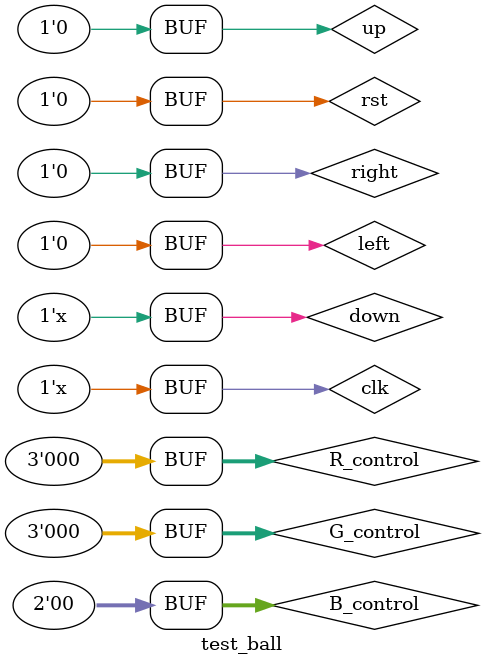
<source format=v>
`timescale 1ns / 1ps


module test_ball;

	// Inputs
	reg rst;
	reg clk;
	reg [2:0] R_control;
	reg [2:0] G_control;
	reg [1:0] B_control;
	reg up;
	reg down;
	reg left;
	reg right;

	// Outputs
	wire [2:0] R;
	wire [2:0] G;
	wire [1:0] B;
	wire HS;
	wire VS;

	// Instantiate the Unit Under Test (UUT)
	vga_display uut (
		.rst(rst), 
		.clk(clk), 
		.R(R), 
		.G(G), 
		.B(B), 
		.HS(HS), 
		.VS(VS), 
		.R_control(R_control), 
		.G_control(G_control), 
		.B_control(B_control), 
		.up(up), 
		.down(down), 
		.left(left), 
		.right(right)
	);

	initial begin
		// Initialize Inputs
		rst = 0;
		clk = 0;
		R_control = 0;
		G_control = 0;
		B_control = 0;
		up = 0;
		down = 0;
		left = 0;
		right = 0;

		// Wait 100 ns for global reset to finish
		#100;
        
		// Add stimulus here

	end
	
	always #1 clk = ~clk;
	
	always #20 down = ~down;
      
endmodule


</source>
